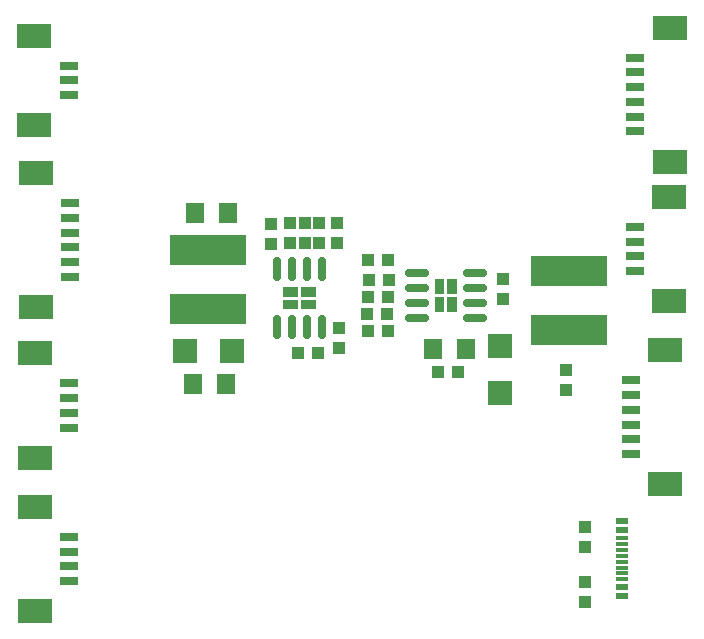
<source format=gbp>
G04*
G04 #@! TF.GenerationSoftware,Altium Limited,Altium Designer,24.4.1 (13)*
G04*
G04 Layer_Color=128*
%FSLAX44Y44*%
%MOMM*%
G71*
G04*
G04 #@! TF.SameCoordinates,5A4A1F7D-102A-4DB2-8EF6-149E98EE43DC*
G04*
G04*
G04 #@! TF.FilePolarity,Positive*
G04*
G01*
G75*
%ADD19R,1.0000X1.1000*%
%ADD20R,1.1000X1.0000*%
G04:AMPARAMS|DCode=26|XSize=1.97mm|YSize=0.6mm|CornerRadius=0.162mm|HoleSize=0mm|Usage=FLASHONLY|Rotation=0.000|XOffset=0mm|YOffset=0mm|HoleType=Round|Shape=RoundedRectangle|*
%AMROUNDEDRECTD26*
21,1,1.9700,0.2760,0,0,0.0*
21,1,1.6460,0.6000,0,0,0.0*
1,1,0.3240,0.8230,-0.1380*
1,1,0.3240,-0.8230,-0.1380*
1,1,0.3240,-0.8230,0.1380*
1,1,0.3240,0.8230,0.1380*
%
%ADD26ROUNDEDRECTD26*%
%ADD29R,2.0000X2.0000*%
%ADD30R,1.6000X0.8000*%
%ADD31R,3.0000X2.1000*%
%ADD33R,1.6000X1.8000*%
G04:AMPARAMS|DCode=72|XSize=1.97mm|YSize=0.6mm|CornerRadius=0.162mm|HoleSize=0mm|Usage=FLASHONLY|Rotation=90.000|XOffset=0mm|YOffset=0mm|HoleType=Round|Shape=RoundedRectangle|*
%AMROUNDEDRECTD72*
21,1,1.9700,0.2760,0,0,90.0*
21,1,1.6460,0.6000,0,0,90.0*
1,1,0.3240,0.1380,0.8230*
1,1,0.3240,0.1380,-0.8230*
1,1,0.3240,-0.1380,-0.8230*
1,1,0.3240,-0.1380,0.8230*
%
%ADD72ROUNDEDRECTD72*%
%ADD73R,6.5000X2.5000*%
%ADD74R,2.0000X2.0000*%
%ADD75R,1.1400X0.6000*%
%ADD76R,1.1400X0.3000*%
G36*
X449217Y1106150D02*
Y1098127D01*
X461650D01*
Y1106150D01*
X449217D01*
D02*
G37*
G36*
X449229Y1116850D02*
Y1108852D01*
X461650D01*
Y1116850D01*
X449229D01*
D02*
G37*
G36*
X464353Y1106150D02*
Y1098130D01*
X476750D01*
Y1106150D01*
X464353D01*
D02*
G37*
G36*
X464354Y1116850D02*
Y1108854D01*
X476750D01*
Y1116850D01*
X464354D01*
D02*
G37*
G36*
X577400Y1095979D02*
X585398D01*
Y1108400D01*
X577400D01*
Y1095979D01*
D02*
G37*
G36*
X588100Y1095967D02*
X596123D01*
Y1108400D01*
X588100D01*
Y1095967D01*
D02*
G37*
G36*
X577400Y1111104D02*
X585396D01*
Y1123500D01*
X577400D01*
Y1111104D01*
D02*
G37*
G36*
X588100Y1111103D02*
X596120D01*
Y1123500D01*
X588100D01*
Y1111103D01*
D02*
G37*
D19*
X439000Y1153500D02*
D03*
Y1170500D02*
D03*
X455000Y1171000D02*
D03*
Y1154000D02*
D03*
X494500Y1154000D02*
D03*
Y1171000D02*
D03*
X467250Y1171000D02*
D03*
Y1154000D02*
D03*
X479750Y1154000D02*
D03*
Y1171000D02*
D03*
X688750Y1030000D02*
D03*
Y1047000D02*
D03*
X635000Y1124000D02*
D03*
Y1107000D02*
D03*
X496500Y1082250D02*
D03*
Y1065250D02*
D03*
X704750Y896750D02*
D03*
Y913750D02*
D03*
Y867500D02*
D03*
Y850500D02*
D03*
D20*
X597250Y1044750D02*
D03*
X580250D02*
D03*
X520500Y1079750D02*
D03*
X537500D02*
D03*
X538500Y1123250D02*
D03*
X521500D02*
D03*
X520750Y1139500D02*
D03*
X537750D02*
D03*
X521000Y1108750D02*
D03*
X538000D02*
D03*
X537250Y1093750D02*
D03*
X520250D02*
D03*
X478750Y1060750D02*
D03*
X461750D02*
D03*
D26*
X562000Y1128800D02*
D03*
Y1116100D02*
D03*
Y1103400D02*
D03*
Y1090700D02*
D03*
X611500D02*
D03*
Y1103400D02*
D03*
Y1116100D02*
D03*
Y1128800D02*
D03*
D29*
X633000Y1067250D02*
D03*
Y1027250D02*
D03*
D30*
X267500Y1304350D02*
D03*
Y1291850D02*
D03*
Y1279350D02*
D03*
X743750Y1037900D02*
D03*
Y1025400D02*
D03*
Y1012900D02*
D03*
Y1000400D02*
D03*
Y987900D02*
D03*
Y975400D02*
D03*
X268500Y1125600D02*
D03*
Y1138100D02*
D03*
Y1150600D02*
D03*
Y1163100D02*
D03*
Y1175600D02*
D03*
Y1188100D02*
D03*
X267750Y867850D02*
D03*
Y880350D02*
D03*
Y892850D02*
D03*
Y905350D02*
D03*
X268000Y997850D02*
D03*
Y1010350D02*
D03*
Y1022850D02*
D03*
Y1035350D02*
D03*
X747000Y1168000D02*
D03*
Y1155500D02*
D03*
Y1143000D02*
D03*
Y1130500D02*
D03*
X747250Y1311150D02*
D03*
Y1298650D02*
D03*
Y1286150D02*
D03*
Y1273650D02*
D03*
Y1261150D02*
D03*
Y1248650D02*
D03*
D31*
X238500Y1329850D02*
D03*
Y1253850D02*
D03*
X772750Y1063400D02*
D03*
Y949900D02*
D03*
X239500Y1100100D02*
D03*
Y1213600D02*
D03*
X238750Y842350D02*
D03*
Y930850D02*
D03*
X239000Y972350D02*
D03*
Y1060850D02*
D03*
X776000Y1193500D02*
D03*
Y1105000D02*
D03*
X776250Y1336650D02*
D03*
Y1223150D02*
D03*
D33*
X575750Y1064750D02*
D03*
X603750D02*
D03*
X400750Y1034500D02*
D03*
X372750D02*
D03*
X374000Y1179500D02*
D03*
X402000D02*
D03*
D72*
X482050Y1132250D02*
D03*
X469350D02*
D03*
X456650D02*
D03*
X443950D02*
D03*
Y1082750D02*
D03*
X456650D02*
D03*
X469350D02*
D03*
X482050D02*
D03*
D73*
X385000Y1098250D02*
D03*
Y1148250D02*
D03*
X690750Y1080500D02*
D03*
Y1130500D02*
D03*
D74*
X406000Y1062750D02*
D03*
X366000D02*
D03*
D75*
X736190Y918948D02*
D03*
Y910948D02*
D03*
Y862948D02*
D03*
Y854948D02*
D03*
D76*
Y889448D02*
D03*
Y894448D02*
D03*
Y899448D02*
D03*
Y904448D02*
D03*
Y884448D02*
D03*
Y879448D02*
D03*
Y874448D02*
D03*
Y869448D02*
D03*
M02*

</source>
